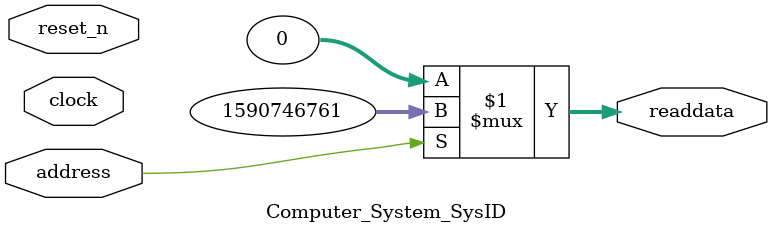
<source format=v>



// synthesis translate_off
`timescale 1ns / 1ps
// synthesis translate_on

// turn off superfluous verilog processor warnings 
// altera message_level Level1 
// altera message_off 10034 10035 10036 10037 10230 10240 10030 

module Computer_System_SysID (
               // inputs:
                address,
                clock,
                reset_n,

               // outputs:
                readdata
             )
;

  output  [ 31: 0] readdata;
  input            address;
  input            clock;
  input            reset_n;

  wire    [ 31: 0] readdata;
  //control_slave, which is an e_avalon_slave
  assign readdata = address ? 1590746761 : 0;

endmodule



</source>
